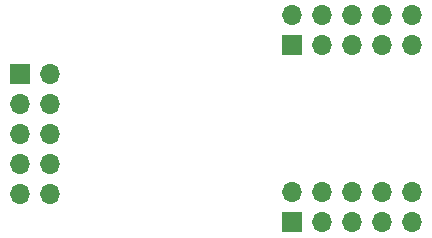
<source format=gbs>
%TF.GenerationSoftware,KiCad,Pcbnew,(5.1.6-0-10_14)*%
%TF.CreationDate,2020-09-10T16:31:07+09:00*%
%TF.ProjectId,qPCR-ledcontrol,71504352-2d6c-4656-9463-6f6e74726f6c,rev?*%
%TF.SameCoordinates,Original*%
%TF.FileFunction,Soldermask,Bot*%
%TF.FilePolarity,Negative*%
%FSLAX46Y46*%
G04 Gerber Fmt 4.6, Leading zero omitted, Abs format (unit mm)*
G04 Created by KiCad (PCBNEW (5.1.6-0-10_14)) date 2020-09-10 16:31:07*
%MOMM*%
%LPD*%
G01*
G04 APERTURE LIST*
%ADD10O,1.700000X1.700000*%
%ADD11R,1.700000X1.700000*%
G04 APERTURE END LIST*
D10*
%TO.C,N_CONN1*%
X120160000Y-72460000D03*
X120160000Y-75000000D03*
X117620000Y-72460000D03*
X117620000Y-75000000D03*
X115080000Y-72460000D03*
X115080000Y-75000000D03*
X112540000Y-72460000D03*
X112540000Y-75000000D03*
X110000000Y-72460000D03*
D11*
X110000000Y-75000000D03*
%TD*%
%TO.C,S_CONN1*%
X110000000Y-90000000D03*
D10*
X110000000Y-87460000D03*
X112540000Y-90000000D03*
X112540000Y-87460000D03*
X115080000Y-90000000D03*
X115080000Y-87460000D03*
X117620000Y-90000000D03*
X117620000Y-87460000D03*
X120160000Y-90000000D03*
X120160000Y-87460000D03*
%TD*%
%TO.C,U1*%
X89575600Y-87580000D03*
X87035600Y-87580000D03*
X89575600Y-85040000D03*
X87035600Y-85040000D03*
X89575600Y-82500000D03*
X87035600Y-82500000D03*
X89575600Y-79960000D03*
X87035600Y-79960000D03*
X89575600Y-77420000D03*
D11*
X87035600Y-77420000D03*
%TD*%
M02*

</source>
